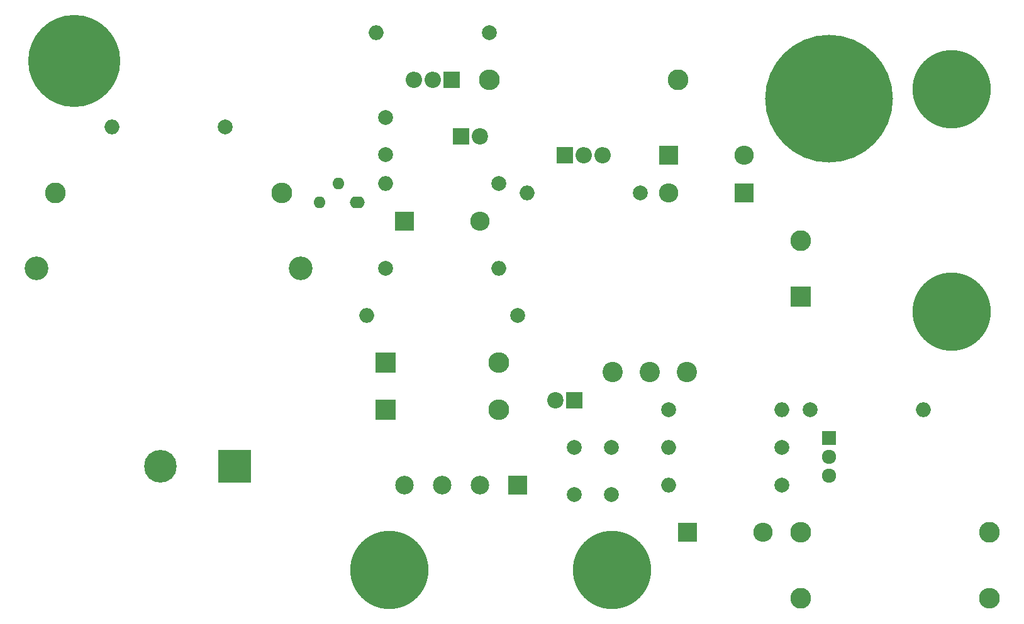
<source format=gbr>
G04 #@! TF.FileFunction,Soldermask,Bot*
%FSLAX46Y46*%
G04 Gerber Fmt 4.6, Leading zero omitted, Abs format (unit mm)*
G04 Created by KiCad (PCBNEW 4.0.7) date 06/09/18 23:49:41*
%MOMM*%
%LPD*%
G01*
G04 APERTURE LIST*
%ADD10C,0.100000*%
%ADD11C,2.000000*%
%ADD12R,4.400000X4.400000*%
%ADD13C,4.400000*%
%ADD14R,2.800000X2.800000*%
%ADD15C,2.800000*%
%ADD16R,2.500000X2.500000*%
%ADD17C,2.500000*%
%ADD18O,2.800000X2.800000*%
%ADD19R,2.200000X2.200000*%
%ADD20C,2.200000*%
%ADD21R,2.600000X2.600000*%
%ADD22O,2.600000X2.600000*%
%ADD23C,10.560000*%
%ADD24C,3.200000*%
%ADD25O,3.200000X3.200000*%
%ADD26C,1.920000*%
%ADD27R,1.920000X1.920000*%
%ADD28O,2.000000X1.600000*%
%ADD29O,1.600000X1.600000*%
%ADD30O,2.200000X2.200000*%
%ADD31O,2.000000X2.000000*%
%ADD32C,2.740000*%
%ADD33C,12.400000*%
%ADD34C,1.300000*%
%ADD35C,17.200000*%
%ADD36C,1.500000*%
G04 APERTURE END LIST*
D10*
D11*
X143510000Y-120650000D03*
X148510000Y-120650000D03*
D12*
X97790000Y-116840000D03*
D13*
X87790000Y-116840000D03*
D11*
X148510000Y-114300000D03*
X143510000Y-114300000D03*
X118110000Y-69850000D03*
X118110000Y-74850000D03*
D14*
X173990000Y-93980000D03*
D15*
X173990000Y-86480000D03*
D16*
X135950000Y-119380000D03*
D17*
X130850000Y-119380000D03*
X120650000Y-119380000D03*
X125750000Y-119380000D03*
D14*
X118110000Y-102870000D03*
D18*
X133350000Y-102870000D03*
D14*
X118110000Y-109220000D03*
D18*
X133350000Y-109220000D03*
D19*
X143510000Y-107950000D03*
D20*
X140970000Y-107950000D03*
D21*
X120650000Y-83820000D03*
D22*
X130810000Y-83820000D03*
D19*
X128270000Y-72390000D03*
D20*
X130810000Y-72390000D03*
D21*
X158750000Y-125730000D03*
D22*
X168910000Y-125730000D03*
D21*
X166370000Y-80010000D03*
D22*
X156210000Y-80010000D03*
D21*
X156210000Y-74930000D03*
D22*
X166370000Y-74930000D03*
D23*
X118620000Y-130810000D03*
X148590000Y-130810000D03*
X194310000Y-96010000D03*
X194310000Y-66040000D03*
D24*
X71120000Y-90170000D03*
D25*
X106680000Y-90170000D03*
D26*
X177800000Y-115570000D03*
X177800000Y-118110000D03*
D27*
X177800000Y-113030000D03*
D28*
X114300000Y-81280000D03*
D29*
X111760000Y-78740000D03*
X109220000Y-81280000D03*
D19*
X142240000Y-74930000D03*
D30*
X144780000Y-74930000D03*
X147320000Y-74930000D03*
D19*
X127000000Y-64770000D03*
D30*
X124460000Y-64770000D03*
X121920000Y-64770000D03*
D11*
X135890000Y-96520000D03*
D31*
X115570000Y-96520000D03*
D11*
X118110000Y-90170000D03*
D31*
X133350000Y-90170000D03*
D11*
X156210000Y-109220000D03*
D31*
X171450000Y-109220000D03*
D11*
X171450000Y-114300000D03*
D31*
X156210000Y-114300000D03*
D11*
X133350000Y-78740000D03*
D31*
X118110000Y-78740000D03*
D11*
X171450000Y-119380000D03*
D31*
X156210000Y-119380000D03*
D15*
X73660000Y-80010000D03*
D18*
X104140000Y-80010000D03*
D11*
X175260000Y-109220000D03*
D31*
X190500000Y-109220000D03*
D11*
X96520000Y-71120000D03*
D31*
X81280000Y-71120000D03*
D11*
X132080000Y-58420000D03*
D31*
X116840000Y-58420000D03*
D11*
X152400000Y-80010000D03*
D31*
X137160000Y-80010000D03*
D15*
X157480000Y-64770000D03*
D18*
X132080000Y-64770000D03*
D15*
X199390000Y-125730000D03*
D18*
X173990000Y-125730000D03*
D15*
X173990000Y-134620000D03*
D18*
X199390000Y-134620000D03*
D32*
X148670000Y-104140000D03*
X153670000Y-104140000D03*
X158670000Y-104140000D03*
D33*
X76200000Y-62230000D03*
D34*
X80700000Y-62230000D03*
X79381981Y-65411981D03*
X76200000Y-66730000D03*
X73018019Y-65411981D03*
X71700000Y-62230000D03*
X73018019Y-59048019D03*
X76200000Y-57730000D03*
X79381981Y-59048019D03*
D35*
X177800000Y-67310000D03*
D36*
X184100000Y-67310000D03*
X182254773Y-71764773D03*
X177800000Y-73610000D03*
X173345227Y-71764773D03*
X171500000Y-67310000D03*
X173345227Y-62855227D03*
X177800000Y-61010000D03*
X182254773Y-62855227D03*
M02*

</source>
